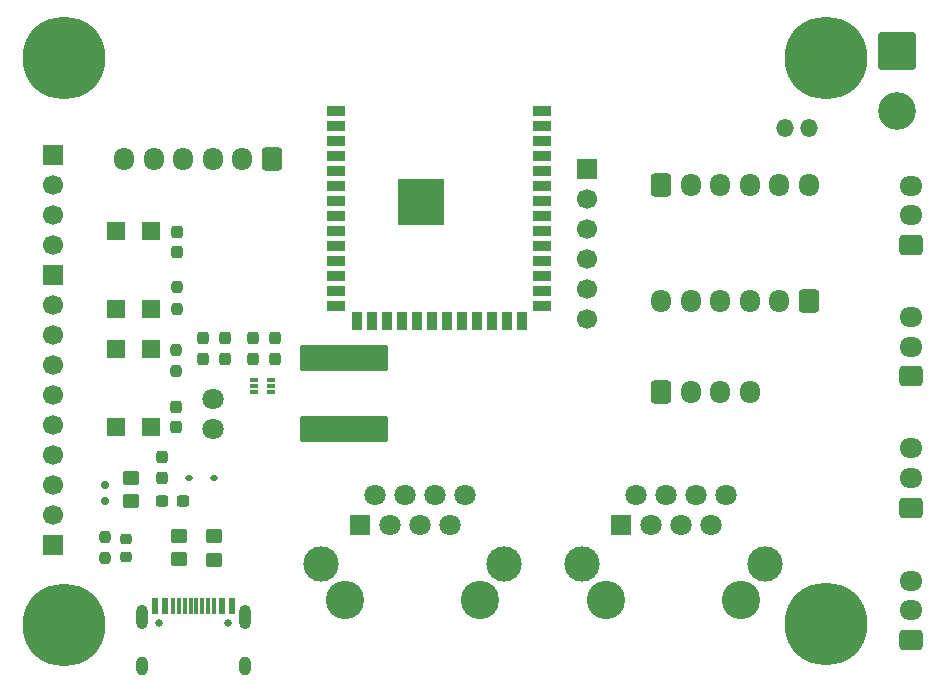
<source format=gbr>
%TF.GenerationSoftware,KiCad,Pcbnew,9.0.5*%
%TF.CreationDate,2026-01-05T22:54:41+05:30*%
%TF.ProjectId,Dietarium,44696574-6172-4697-956d-2e6b69636164,rev?*%
%TF.SameCoordinates,Original*%
%TF.FileFunction,Soldermask,Top*%
%TF.FilePolarity,Negative*%
%FSLAX46Y46*%
G04 Gerber Fmt 4.6, Leading zero omitted, Abs format (unit mm)*
G04 Created by KiCad (PCBNEW 9.0.5) date 2026-01-05 22:54:41*
%MOMM*%
%LPD*%
G01*
G04 APERTURE LIST*
G04 Aperture macros list*
%AMRoundRect*
0 Rectangle with rounded corners*
0 $1 Rounding radius*
0 $2 $3 $4 $5 $6 $7 $8 $9 X,Y pos of 4 corners*
0 Add a 4 corners polygon primitive as box body*
4,1,4,$2,$3,$4,$5,$6,$7,$8,$9,$2,$3,0*
0 Add four circle primitives for the rounded corners*
1,1,$1+$1,$2,$3*
1,1,$1+$1,$4,$5*
1,1,$1+$1,$6,$7*
1,1,$1+$1,$8,$9*
0 Add four rect primitives between the rounded corners*
20,1,$1+$1,$2,$3,$4,$5,0*
20,1,$1+$1,$4,$5,$6,$7,0*
20,1,$1+$1,$6,$7,$8,$9,0*
20,1,$1+$1,$8,$9,$2,$3,0*%
G04 Aperture macros list end*
%ADD10RoundRect,0.237500X0.237500X-0.250000X0.237500X0.250000X-0.237500X0.250000X-0.237500X-0.250000X0*%
%ADD11RoundRect,0.250000X0.600000X0.725000X-0.600000X0.725000X-0.600000X-0.725000X0.600000X-0.725000X0*%
%ADD12O,1.700000X1.950000*%
%ADD13RoundRect,0.102000X-0.700000X0.700000X-0.700000X-0.700000X0.700000X-0.700000X0.700000X0.700000X0*%
%ADD14RoundRect,0.237500X0.237500X-0.300000X0.237500X0.300000X-0.237500X0.300000X-0.237500X-0.300000X0*%
%ADD15RoundRect,0.112500X0.187500X0.112500X-0.187500X0.112500X-0.187500X-0.112500X0.187500X-0.112500X0*%
%ADD16RoundRect,0.150000X0.200000X-0.150000X0.200000X0.150000X-0.200000X0.150000X-0.200000X-0.150000X0*%
%ADD17RoundRect,0.250000X0.725000X-0.600000X0.725000X0.600000X-0.725000X0.600000X-0.725000X-0.600000X0*%
%ADD18O,1.950000X1.700000*%
%ADD19C,3.900000*%
%ADD20C,7.000000*%
%ADD21C,1.800000*%
%ADD22RoundRect,0.218750X0.256250X-0.218750X0.256250X0.218750X-0.256250X0.218750X-0.256250X-0.218750X0*%
%ADD23RoundRect,0.237500X-0.300000X-0.237500X0.300000X-0.237500X0.300000X0.237500X-0.300000X0.237500X0*%
%ADD24C,0.650000*%
%ADD25R,0.600000X1.450000*%
%ADD26R,0.300000X1.450000*%
%ADD27O,1.000000X2.100000*%
%ADD28O,1.000000X1.600000*%
%ADD29C,3.250000*%
%ADD30R,1.800000X1.800000*%
%ADD31C,3.000000*%
%ADD32RoundRect,0.250000X-0.600000X-0.725000X0.600000X-0.725000X0.600000X0.725000X-0.600000X0.725000X0*%
%ADD33RoundRect,0.237500X-0.237500X0.250000X-0.237500X-0.250000X0.237500X-0.250000X0.237500X0.250000X0*%
%ADD34RoundRect,0.250000X0.450000X-0.350000X0.450000X0.350000X-0.450000X0.350000X-0.450000X-0.350000X0*%
%ADD35RoundRect,0.087500X-0.250000X-0.087500X0.250000X-0.087500X0.250000X0.087500X-0.250000X0.087500X0*%
%ADD36R,1.700000X1.700000*%
%ADD37C,1.700000*%
%ADD38RoundRect,0.266667X1.333333X-1.333333X1.333333X1.333333X-1.333333X1.333333X-1.333333X-1.333333X0*%
%ADD39O,3.200000X3.200000*%
%ADD40RoundRect,0.249999X3.500001X-0.850001X3.500001X0.850001X-3.500001X0.850001X-3.500001X-0.850001X0*%
%ADD41RoundRect,0.237500X-0.237500X0.300000X-0.237500X-0.300000X0.237500X-0.300000X0.237500X0.300000X0*%
%ADD42O,1.500000X1.500000*%
%ADD43R,1.500000X0.900000*%
%ADD44R,0.900000X1.500000*%
%ADD45C,0.600000*%
%ADD46R,3.900000X3.900000*%
G04 APERTURE END LIST*
D10*
%TO.C,R7*%
X58496419Y-97397702D03*
X58496419Y-95572702D03*
%TD*%
D11*
%TO.C,J5*%
X72597051Y-63545343D03*
D12*
X70097051Y-63545343D03*
X67597051Y-63545343D03*
X65097051Y-63545343D03*
X62597051Y-63545343D03*
X60097051Y-63545343D03*
%TD*%
D13*
%TO.C,S2*%
X62389930Y-79672390D03*
X62389930Y-86272390D03*
X59389930Y-79672390D03*
X59389930Y-86272390D03*
%TD*%
D14*
%TO.C,C9*%
X64499450Y-86299999D03*
X64499450Y-84574999D03*
%TD*%
D15*
%TO.C,D1*%
X67661201Y-90552045D03*
X65561201Y-90552045D03*
%TD*%
D16*
%TO.C,D2*%
X58473739Y-91173602D03*
X58473739Y-92573602D03*
%TD*%
D17*
%TO.C,J7*%
X126745255Y-104293247D03*
D18*
X126745255Y-101793247D03*
X126745255Y-99293247D03*
%TD*%
D19*
%TO.C,H4*%
X119516498Y-55014173D03*
D20*
X119516498Y-55014173D03*
%TD*%
D21*
%TO.C,JP2*%
X67647243Y-86455973D03*
X67647243Y-83915973D03*
%TD*%
D19*
%TO.C,H1*%
X55014297Y-103024875D03*
D20*
X55014297Y-103024875D03*
%TD*%
D14*
%TO.C,C2*%
X63313430Y-90563180D03*
X63313430Y-88838180D03*
%TD*%
%TO.C,C6*%
X70985203Y-80487431D03*
X70985203Y-78762431D03*
%TD*%
D17*
%TO.C,J10*%
X126738330Y-70842464D03*
D18*
X126738330Y-68342464D03*
X126738330Y-65842464D03*
%TD*%
D22*
%TO.C,D5*%
X60289913Y-97296350D03*
X60289913Y-95721350D03*
%TD*%
D14*
%TO.C,C5*%
X72890135Y-80490536D03*
X72890135Y-78765536D03*
%TD*%
D13*
%TO.C,S1*%
X62400000Y-69712500D03*
X62400000Y-76312500D03*
X59400000Y-69712500D03*
X59400000Y-76312500D03*
%TD*%
D10*
%TO.C,R8*%
X64493423Y-81541970D03*
X64493423Y-79716970D03*
%TD*%
D23*
%TO.C,C1*%
X63330923Y-92569729D03*
X65055923Y-92569729D03*
%TD*%
D24*
%TO.C,J1*%
X63074425Y-102864589D03*
X68854425Y-102864589D03*
D25*
X62714425Y-101419589D03*
X63514425Y-101419589D03*
D26*
X64714425Y-101419589D03*
X65714425Y-101419589D03*
X66214425Y-101419589D03*
X67214425Y-101419589D03*
D25*
X68414425Y-101419589D03*
X69214425Y-101419589D03*
X69214425Y-101419589D03*
X68414425Y-101419589D03*
D26*
X67714425Y-101419589D03*
X66714425Y-101419589D03*
X65214425Y-101419589D03*
X64214425Y-101419589D03*
D25*
X63514425Y-101419589D03*
X62714425Y-101419589D03*
D27*
X61644425Y-102334589D03*
D28*
X61644425Y-106514589D03*
D27*
X70284425Y-102334589D03*
D28*
X70284425Y-106514589D03*
%TD*%
D29*
%TO.C,J13*%
X100867550Y-100904837D03*
X112297550Y-100904837D03*
D30*
X102137550Y-94554837D03*
D21*
X103407550Y-92014837D03*
X104677550Y-94554837D03*
X105947550Y-92014837D03*
X107217550Y-94554837D03*
X108487550Y-92014837D03*
X109757550Y-94554837D03*
X111027550Y-92014837D03*
D31*
X98837550Y-97854837D03*
X114327550Y-97854837D03*
%TD*%
D32*
%TO.C,J2*%
X105578338Y-83289838D03*
D12*
X108078338Y-83289838D03*
X110578338Y-83289838D03*
X113078338Y-83289838D03*
%TD*%
D33*
%TO.C,R9*%
X64566746Y-74454108D03*
X64566746Y-76279108D03*
%TD*%
D19*
%TO.C,H3*%
X119500770Y-102991232D03*
D20*
X119500770Y-102991232D03*
%TD*%
D17*
%TO.C,J9*%
X126746547Y-81981121D03*
D18*
X126746547Y-79481121D03*
X126746547Y-76981121D03*
%TD*%
D14*
%TO.C,C3*%
X68591634Y-80502909D03*
X68591634Y-78777909D03*
%TD*%
D34*
%TO.C,R2*%
X64749746Y-97488783D03*
X64749746Y-95488783D03*
%TD*%
D35*
%TO.C,U1*%
X71086767Y-82299165D03*
X71086767Y-82799165D03*
X71086767Y-83299165D03*
X72511767Y-83299165D03*
X72511767Y-82799165D03*
X72511767Y-82299165D03*
%TD*%
D29*
%TO.C,J14*%
X78812138Y-100903198D03*
X90242138Y-100903198D03*
D30*
X80082138Y-94553198D03*
D21*
X81352138Y-92013198D03*
X82622138Y-94553198D03*
X83892138Y-92013198D03*
X85162138Y-94553198D03*
X86432138Y-92013198D03*
X87702138Y-94553198D03*
X88972138Y-92013198D03*
D31*
X76782138Y-97853198D03*
X92272138Y-97853198D03*
%TD*%
D36*
%TO.C,J12*%
X54086454Y-63259590D03*
D37*
X54086454Y-65799590D03*
X54086454Y-68339590D03*
X54086454Y-70879590D03*
D36*
X54086454Y-73419590D03*
D37*
X54086454Y-75959590D03*
X54086454Y-78499590D03*
X54086454Y-81039590D03*
X54086454Y-83579590D03*
X54086454Y-86119590D03*
X54086454Y-88659590D03*
X54086454Y-91199590D03*
X54086454Y-93739590D03*
D36*
X54086454Y-96279590D03*
%TD*%
D34*
%TO.C,R1*%
X67697248Y-97495194D03*
X67697248Y-95495194D03*
%TD*%
D32*
%TO.C,J4*%
X105550000Y-65800000D03*
D12*
X108050000Y-65800000D03*
X110550000Y-65800000D03*
X113050000Y-65800000D03*
X115550000Y-65800000D03*
X118050000Y-65800000D03*
%TD*%
D14*
%TO.C,C4*%
X66791634Y-80502909D03*
X66791634Y-78777909D03*
%TD*%
D11*
%TO.C,J6*%
X118072004Y-75596282D03*
D12*
X115572004Y-75596282D03*
X113072004Y-75596282D03*
X110572004Y-75596282D03*
X108072004Y-75596282D03*
X105572004Y-75596282D03*
%TD*%
D19*
%TO.C,H2*%
X54988635Y-54993799D03*
D20*
X54988635Y-54993799D03*
%TD*%
D38*
%TO.C,J11*%
X125498550Y-54425455D03*
D39*
X125498550Y-59505455D03*
%TD*%
D40*
%TO.C,L1*%
X78699049Y-86468132D03*
X78699049Y-80468132D03*
%TD*%
D36*
%TO.C,J3*%
X99280373Y-64401618D03*
D37*
X99280373Y-66941618D03*
X99280373Y-69481618D03*
X99280373Y-72021618D03*
X99280373Y-74561618D03*
X99280373Y-77101618D03*
%TD*%
D41*
%TO.C,C10*%
X64588545Y-69726520D03*
X64588545Y-71451520D03*
%TD*%
D34*
%TO.C,FB1*%
X60697023Y-92568007D03*
X60697023Y-90568007D03*
%TD*%
D17*
%TO.C,J8*%
X126732392Y-93091320D03*
D18*
X126732392Y-90591320D03*
X126732392Y-88091320D03*
%TD*%
D42*
%TO.C,JP1*%
X116035408Y-60981673D03*
X118035408Y-60981673D03*
%TD*%
D43*
%TO.C,U2*%
X78013107Y-59528879D03*
X78013107Y-60798879D03*
X78013107Y-62068879D03*
X78013107Y-63338879D03*
X78013107Y-64608879D03*
X78013107Y-65878879D03*
X78013107Y-67148879D03*
X78013107Y-68418879D03*
X78013107Y-69688879D03*
X78013107Y-70958879D03*
X78013107Y-72228879D03*
X78013107Y-73498879D03*
X78013107Y-74768879D03*
X78013107Y-76038879D03*
D44*
X79778107Y-77288879D03*
X81048107Y-77288879D03*
X82318107Y-77288879D03*
X83588107Y-77288879D03*
X84858107Y-77288879D03*
X86128107Y-77288879D03*
X87398107Y-77288879D03*
X88668107Y-77288879D03*
X89938107Y-77288879D03*
X91208107Y-77288879D03*
X92478107Y-77288879D03*
X93748107Y-77288879D03*
D43*
X95513107Y-76038879D03*
X95513107Y-74768879D03*
X95513107Y-73498879D03*
X95513107Y-72228879D03*
X95513107Y-70958879D03*
X95513107Y-69688879D03*
X95513107Y-68418879D03*
X95513107Y-67148879D03*
X95513107Y-65878879D03*
X95513107Y-64608879D03*
X95513107Y-63338879D03*
X95513107Y-62068879D03*
X95513107Y-60798879D03*
X95513107Y-59528879D03*
D45*
X83863107Y-66548879D03*
X83863107Y-67948879D03*
X84563107Y-65848879D03*
X84563107Y-67248879D03*
X84563107Y-68648879D03*
X85263107Y-66548879D03*
D46*
X85263107Y-67248879D03*
D45*
X85263107Y-67948879D03*
X85963107Y-65848879D03*
X85963107Y-67248879D03*
X85963107Y-68648879D03*
X86663107Y-66548879D03*
X86663107Y-67948879D03*
%TD*%
M02*

</source>
